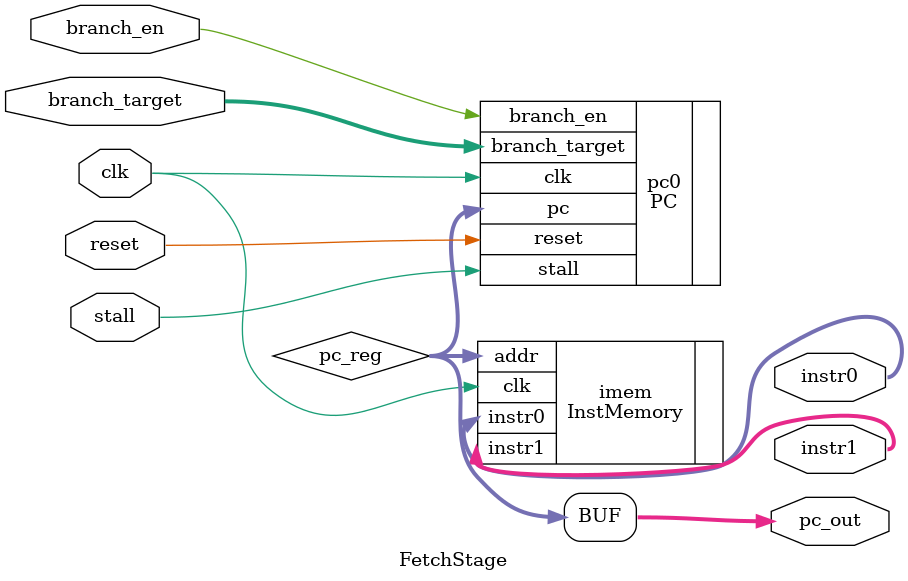
<source format=sv>
module FetchStage (
    input  logic         clk,
    input  logic         reset,
    input  logic         stall,
    input  logic         branch_en,
    input  logic [31:0]  branch_target,
    output logic [31:0]  pc_out,
    output logic [31:0]  instr0,
    output logic [31:0]  instr1
);
    logic [31:0] pc_reg;

    // program counter
    PC pc0 (
        .clk(clk),
        .reset(reset),
        .stall(stall),
        .branch_en(branch_en),
        .branch_target(branch_target),
        .pc(pc_reg)
    );

    // instruction memory
    InstMemory imem (
        .clk(clk),
        .addr(pc_reg),
        .instr0(instr0),
        .instr1(instr1)
    );

    assign pc_out = pc_reg;
endmodule
</source>
